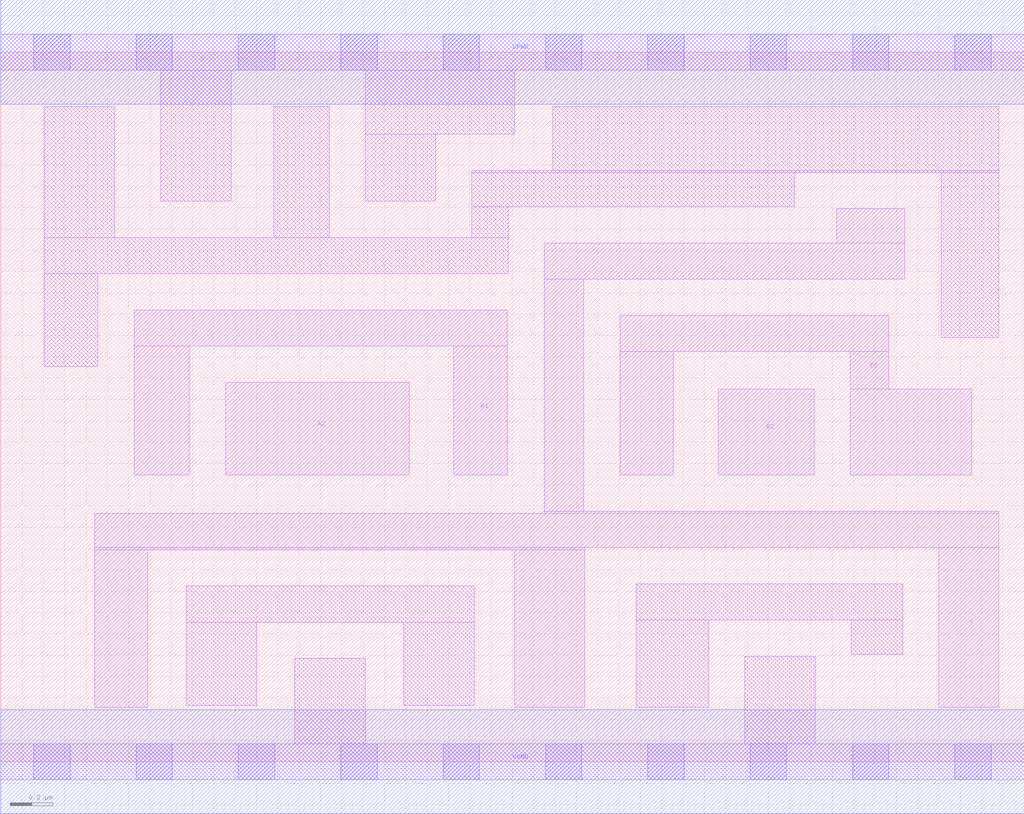
<source format=lef>
# Copyright 2020 The SkyWater PDK Authors
#
# Licensed under the Apache License, Version 2.0 (the "License");
# you may not use this file except in compliance with the License.
# You may obtain a copy of the License at
#
#     https://www.apache.org/licenses/LICENSE-2.0
#
# Unless required by applicable law or agreed to in writing, software
# distributed under the License is distributed on an "AS IS" BASIS,
# WITHOUT WARRANTIES OR CONDITIONS OF ANY KIND, either express or implied.
# See the License for the specific language governing permissions and
# limitations under the License.
#
# SPDX-License-Identifier: Apache-2.0

VERSION 5.7 ;
  NAMESCASESENSITIVE ON ;
  NOWIREEXTENSIONATPIN ON ;
  DIVIDERCHAR "/" ;
  BUSBITCHARS "[]" ;
UNITS
  DATABASE MICRONS 200 ;
END UNITS
MACRO sky130_fd_sc_lp__a22oi_2
  CLASS CORE ;
  FOREIGN sky130_fd_sc_lp__a22oi_2 ;
  ORIGIN  0.000000  0.000000 ;
  SIZE  4.800000 BY  3.330000 ;
  SYMMETRY X Y R90 ;
  SITE unit ;
  PIN A1
    ANTENNAGATEAREA  0.630000 ;
    DIRECTION INPUT ;
    USE SIGNAL ;
    PORT
      LAYER li1 ;
        RECT 0.625000 1.345000 0.885000 1.950000 ;
        RECT 0.625000 1.950000 2.375000 2.120000 ;
        RECT 2.125000 1.345000 2.375000 1.950000 ;
    END
  END A1
  PIN A2
    ANTENNAGATEAREA  0.630000 ;
    DIRECTION INPUT ;
    USE SIGNAL ;
    PORT
      LAYER li1 ;
        RECT 1.055000 1.345000 1.915000 1.780000 ;
    END
  END A2
  PIN B1
    ANTENNAGATEAREA  0.630000 ;
    DIRECTION INPUT ;
    USE SIGNAL ;
    PORT
      LAYER li1 ;
        RECT 2.905000 1.345000 3.155000 1.925000 ;
        RECT 2.905000 1.925000 4.165000 2.095000 ;
        RECT 3.985000 1.345000 4.555000 1.750000 ;
        RECT 3.985000 1.750000 4.165000 1.925000 ;
    END
  END B1
  PIN B2
    ANTENNAGATEAREA  0.630000 ;
    DIRECTION INPUT ;
    USE SIGNAL ;
    PORT
      LAYER li1 ;
        RECT 3.365000 1.345000 3.815000 1.750000 ;
    END
  END B2
  PIN Y
    ANTENNADIFFAREA  1.604400 ;
    DIRECTION OUTPUT ;
    USE SIGNAL ;
    PORT
      LAYER li1 ;
        RECT 0.440000 0.255000 0.690000 0.995000 ;
        RECT 0.440000 0.995000 2.740000 1.005000 ;
        RECT 0.440000 1.005000 4.680000 1.165000 ;
        RECT 2.410000 0.255000 2.740000 0.995000 ;
        RECT 2.550000 1.165000 4.680000 1.175000 ;
        RECT 2.550000 1.175000 2.735000 2.265000 ;
        RECT 2.550000 2.265000 4.240000 2.435000 ;
        RECT 3.920000 2.435000 4.240000 2.595000 ;
        RECT 4.400000 0.255000 4.680000 1.005000 ;
    END
  END Y
  PIN VGND
    DIRECTION INOUT ;
    USE GROUND ;
    PORT
      LAYER met1 ;
        RECT 0.000000 -0.245000 4.800000 0.245000 ;
    END
  END VGND
  PIN VPWR
    DIRECTION INOUT ;
    USE POWER ;
    PORT
      LAYER met1 ;
        RECT 0.000000 3.085000 4.800000 3.575000 ;
    END
  END VPWR
  OBS
    LAYER li1 ;
      RECT 0.000000 -0.085000 4.800000 0.085000 ;
      RECT 0.000000  3.245000 4.800000 3.415000 ;
      RECT 0.205000  1.855000 0.455000 2.290000 ;
      RECT 0.205000  2.290000 2.380000 2.460000 ;
      RECT 0.205000  2.460000 0.535000 3.075000 ;
      RECT 0.750000  2.630000 1.080000 3.245000 ;
      RECT 0.870000  0.265000 1.200000 0.655000 ;
      RECT 0.870000  0.655000 2.220000 0.825000 ;
      RECT 1.280000  2.460000 1.540000 3.075000 ;
      RECT 1.380000  0.085000 1.710000 0.485000 ;
      RECT 1.710000  2.630000 2.040000 2.945000 ;
      RECT 1.710000  2.945000 2.410000 3.245000 ;
      RECT 1.890000  0.265000 2.220000 0.655000 ;
      RECT 2.210000  2.460000 2.380000 2.605000 ;
      RECT 2.210000  2.605000 3.725000 2.765000 ;
      RECT 2.210000  2.765000 4.680000 2.775000 ;
      RECT 2.590000  2.775000 4.680000 3.075000 ;
      RECT 2.980000  0.255000 3.320000 0.665000 ;
      RECT 2.980000  0.665000 4.230000 0.835000 ;
      RECT 3.490000  0.085000 3.820000 0.495000 ;
      RECT 3.990000  0.505000 4.230000 0.665000 ;
      RECT 4.410000  1.990000 4.680000 2.765000 ;
    LAYER mcon ;
      RECT 0.155000 -0.085000 0.325000 0.085000 ;
      RECT 0.155000  3.245000 0.325000 3.415000 ;
      RECT 0.635000 -0.085000 0.805000 0.085000 ;
      RECT 0.635000  3.245000 0.805000 3.415000 ;
      RECT 1.115000 -0.085000 1.285000 0.085000 ;
      RECT 1.115000  3.245000 1.285000 3.415000 ;
      RECT 1.595000 -0.085000 1.765000 0.085000 ;
      RECT 1.595000  3.245000 1.765000 3.415000 ;
      RECT 2.075000 -0.085000 2.245000 0.085000 ;
      RECT 2.075000  3.245000 2.245000 3.415000 ;
      RECT 2.555000 -0.085000 2.725000 0.085000 ;
      RECT 2.555000  3.245000 2.725000 3.415000 ;
      RECT 3.035000 -0.085000 3.205000 0.085000 ;
      RECT 3.035000  3.245000 3.205000 3.415000 ;
      RECT 3.515000 -0.085000 3.685000 0.085000 ;
      RECT 3.515000  3.245000 3.685000 3.415000 ;
      RECT 3.995000 -0.085000 4.165000 0.085000 ;
      RECT 3.995000  3.245000 4.165000 3.415000 ;
      RECT 4.475000 -0.085000 4.645000 0.085000 ;
      RECT 4.475000  3.245000 4.645000 3.415000 ;
  END
END sky130_fd_sc_lp__a22oi_2
END LIBRARY

</source>
